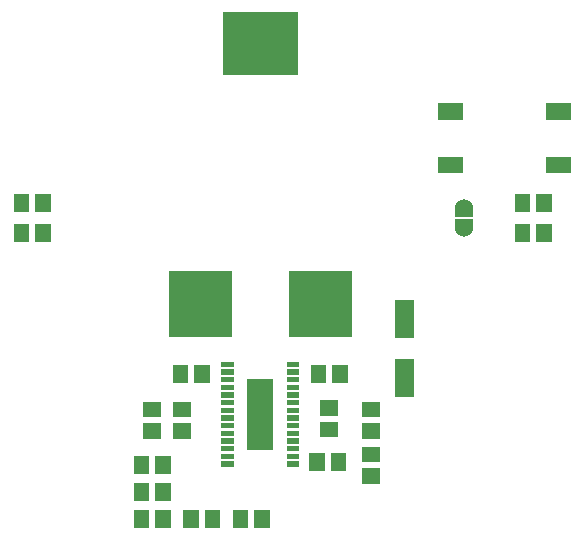
<source format=gbr>
G04 start of page 10 for group -4015 idx -4015 *
G04 Title: (unknown), toppaste *
G04 Creator: pcb 20140316 *
G04 CreationDate: Thu 02 Jul 2020 08:37:42 PM GMT UTC *
G04 For: railfan *
G04 Format: Gerber/RS-274X *
G04 PCB-Dimensions (mil): 2000.00 1840.00 *
G04 PCB-Coordinate-Origin: lower left *
%MOIN*%
%FSLAX25Y25*%
%LNTOPPASTE*%
%ADD75R,0.0550X0.0550*%
%ADD74R,0.0630X0.0630*%
%ADD73R,0.2100X0.2100*%
%ADD72R,0.2080X0.2080*%
%ADD71R,0.0866X0.0866*%
%ADD70R,0.0177X0.0177*%
%ADD69R,0.0512X0.0512*%
%ADD68R,0.0300X0.0300*%
%ADD67C,0.0600*%
G54D67*X160500Y106600D03*
G54D68*X159000Y108100D02*X162000D01*
G54D67*X160500Y113400D03*
G54D68*X159000Y111900D02*X162000D01*
G54D69*X85957Y9893D02*Y9107D01*
X93043Y9893D02*Y9107D01*
G54D70*X80394Y61134D02*X82756D01*
X80394Y58575D02*X82756D01*
X80394Y56016D02*X82756D01*
X80394Y53457D02*X82756D01*
X80394Y50898D02*X82756D01*
X80394Y48339D02*X82756D01*
X80394Y45780D02*X82756D01*
X80394Y43220D02*X82756D01*
X80394Y40661D02*X82756D01*
X80394Y38102D02*X82756D01*
X80394Y35543D02*X82756D01*
X80394Y32984D02*X82756D01*
X80394Y30425D02*X82756D01*
X80394Y27866D02*X82756D01*
X102244D02*X104606D01*
X102244Y30425D02*X104606D01*
X102244Y32984D02*X104606D01*
X102244Y35543D02*X104606D01*
X102244Y38102D02*X104606D01*
X102244Y40661D02*X104606D01*
X102244Y43220D02*X104606D01*
X102244Y45780D02*X104606D01*
X102244Y48339D02*X104606D01*
X102244Y50898D02*X104606D01*
X102244Y53457D02*X104606D01*
X102244Y56016D02*X104606D01*
X102244Y58575D02*X104606D01*
X102244Y61134D02*X104606D01*
G54D71*X92500Y51980D02*Y37020D01*
G54D72*X90400Y168100D02*X94600D01*
G54D73*X72500Y81700D02*Y80700D01*
X112500Y81700D02*Y80700D01*
G54D69*X65957Y58393D02*Y57607D01*
X73043Y58393D02*Y57607D01*
X119043Y58393D02*Y57607D01*
X111957Y58393D02*Y57607D01*
G54D74*X140500Y59807D02*Y53508D01*
Y79492D02*Y73193D01*
G54D69*X129107Y38957D02*X129893D01*
X129107Y46043D02*X129893D01*
X111457Y28893D02*Y28107D01*
X118543Y28893D02*Y28107D01*
X20043Y105393D02*Y104607D01*
X12957Y105393D02*Y104607D01*
Y115393D02*Y114607D01*
X20043Y115393D02*Y114607D01*
X179957Y105393D02*Y104607D01*
X187043Y105393D02*Y104607D01*
Y115393D02*Y114607D01*
X179957Y115393D02*Y114607D01*
G54D75*X190550Y127600D02*X193350D01*
X154650D02*X157450D01*
X190550Y145400D02*X193350D01*
X154650D02*X157450D01*
G54D69*X60043Y27893D02*Y27107D01*
X52957Y27893D02*Y27107D01*
Y18893D02*Y18107D01*
X60043Y18893D02*Y18107D01*
Y9893D02*Y9107D01*
X52957Y9893D02*Y9107D01*
X69457Y9893D02*Y9107D01*
X76543Y9893D02*Y9107D01*
X115107Y46543D02*X115893D01*
X115107Y39457D02*X115893D01*
X129107Y23957D02*X129893D01*
X129107Y31043D02*X129893D01*
X56107Y46043D02*X56893D01*
X56107Y38957D02*X56893D01*
X66107Y46043D02*X66893D01*
X66107Y38957D02*X66893D01*
M02*

</source>
